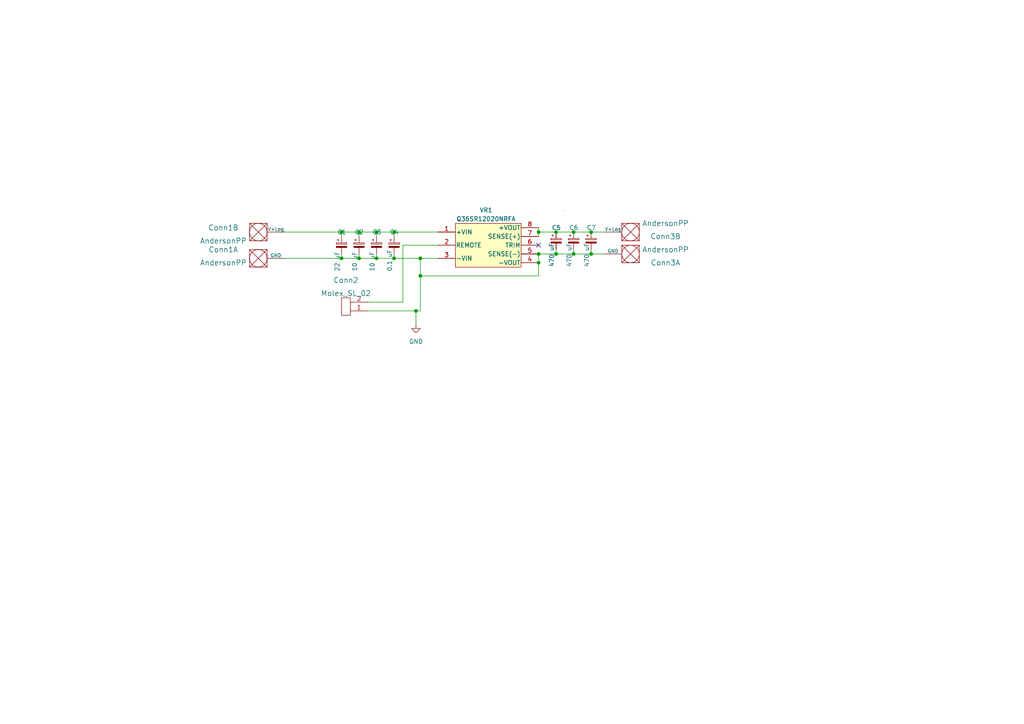
<source format=kicad_sch>
(kicad_sch (version 20211123) (generator eeschema)
  (paper "A4")
  (lib_symbols
    (symbol "Device:C_Polarized_Small" (pin_numbers hide) (pin_names (offset 0.254) hide)
      (property "Reference" "C" (at 0.254 1.778 0))
      (property "Value" "C_Polarized_Small" (at 0.254 -2.032 0))
      (symbol "C_Polarized_Small_0_1"
        (rectangle (start -1.524 -0.3048) (end 1.524 -0.6858) (fill (type outline)))
        (rectangle (start -1.524 0.6858) (end 1.524 0.3048))
        (polyline (pts (xy -1.27 1.524) (xy -0.762 1.524)))
        (polyline (pts (xy -1.016 1.27) (xy -1.016 1.778)))
      )
      (symbol "C_Polarized_Small_1_1"
        (pin passive line (at 0 2.54 270) (length 1.8542) (name "~") (number "1"))
        (pin passive line (at 0 -2.54 90) (length 1.8542) (name "~") (number "2"))
      )
    )
    (symbol "MRDT_Connectors:AndersonPP" (pin_numbers hide) (pin_names (offset 0))
      (property "Reference" "Conn" (at 3.81 -1.27 0))
      (property "Value" "AndersonPP" (at 2.54 6.35 0))
      (symbol "AndersonPP_0_1"
        (polyline (pts (xy 0 5.08) (xy 5.08 0)))
        (polyline (pts (xy 5.08 5.08) (xy 0 0)))
        (rectangle (start 0 0) (end 5.08 5.08))
        (circle (center 2.54 2.54) (radius 2.54))
      )
      (symbol "AndersonPP_1_1"
        (pin input line (at 10.16 2.54 180) (length 5.08) (name "GND") (number "1"))
      )
      (symbol "AndersonPP_2_1"
        (pin input line (at 10.16 2.54 180) (length 5.08) (name "V+Log") (number "2"))
      )
      (symbol "AndersonPP_3_1"
        (pin input line (at 10.16 2.54 180) (length 5.08) (name "V+Act") (number "3"))
      )
      (symbol "AndersonPP_4_1"
        (pin input line (at 10.16 2.54 180) (length 5.08) (name "PV+") (number "4"))
      )
      (symbol "AndersonPP_5_1"
        (pin input line (at 10.16 2.54 180) (length 5.08) (name "~") (number "1"))
      )
    )
    (symbol "MRDT_Connectors:Molex_SL_02" (pin_names (offset 1.016))
      (property "Reference" "Conn" (at 3.81 -1.27 0))
      (property "Value" "Molex_SL_02" (at 1.27 6.35 0))
      (symbol "Molex_SL_02_0_1"
        (rectangle (start 0 5.08) (end 2.54 0))
      )
      (symbol "Molex_SL_02_1_1"
        (pin input line (at -5.08 3.81 0) (length 5.08) (name "~") (number "1"))
        (pin input line (at -5.08 1.27 0) (length 5.08) (name "~") (number "2"))
      )
    )
    (symbol "MRDT_Devices:Q36SR12020NRFA" (pin_names (offset 0.127))
      (property "Reference" "VR" (at 16.51 -1.27 0))
      (property "Value" "Q36SR12020NRFA" (at 8.89 13.97 0))
      (symbol "Q36SR12020NRFA_0_0"
        (rectangle (start 31.75 16.51) (end 31.75 16.51))
      )
      (symbol "Q36SR12020NRFA_0_1"
        (rectangle (start 0 12.7) (end 19.05 0) (fill (type background)))
      )
      (symbol "Q36SR12020NRFA_1_1"
        (pin input line (at -5.08 10.16 0) (length 5.08) (name "+VIN") (number "1"))
        (pin input line (at -5.08 6.35 0) (length 5.08) (name "REMOTE") (number "2"))
        (pin input line (at -5.08 2.54 0) (length 5.08) (name "-VIN") (number "3"))
        (pin output line (at 24.13 1.27 180) (length 5.08) (name "-VOUT") (number "4"))
        (pin output line (at 24.13 3.81 180) (length 5.08) (name "SENSE(-)") (number "5"))
        (pin output line (at 24.13 6.35 180) (length 5.08) (name "TRIM") (number "6"))
        (pin output line (at 24.13 8.89 180) (length 5.08) (name "SENSE(+)") (number "7"))
        (pin output line (at 24.13 11.43 180) (length 5.08) (name "+VOUT") (number "8"))
      )
    )
    (symbol "power:GND" (power) (pin_names (offset 0))
      (property "Value" "GND" (at 0 -3.81 0))
      (symbol "GND_0_1"
        (polyline (pts (xy 0 0) (xy 0 -1.27) (xy 1.27 -1.27) (xy 0 -2.54) (xy -1.27 -1.27) (xy 0 -1.27)))
      )
      (symbol "GND_1_1"
        (pin power_in line (at 0 0 270) (length 0) hide (name "GND") (number "1"))
      )
    )
  )
  (junction (at 156.21 73.66))
  (junction (at 121.92 74.93))
  (junction (at 99.06 67.31))
  (junction (at 166.37 73.66))
  (junction (at 171.45 67.31))
  (junction (at 120.65 90.17))
  (junction (at 156.21 76.2))
  (junction (at 171.45 73.66))
  (junction (at 161.29 73.66))
  (junction (at 109.22 67.31))
  (junction (at 104.14 74.93))
  (junction (at 166.37 67.31))
  (junction (at 114.3 67.31))
  (junction (at 156.21 67.31))
  (junction (at 114.3 74.93))
  (junction (at 99.06 74.93))
  (junction (at 161.29 67.31))
  (junction (at 104.14 67.31))
  (junction (at 121.92 80.01))
  (junction (at 109.22 74.93))
  (no_connect (at 156.21 71.12))
  (wire (pts (xy 99.06 73.66) (xy 99.06 74.93)))
  (wire (pts (xy 171.45 67.31) (xy 166.37 67.31)))
  (wire (pts (xy 109.22 74.93) (xy 114.3 74.93)))
  (wire (pts (xy 161.29 73.66) (xy 166.37 73.66)))
  (wire (pts (xy 109.22 67.31) (xy 114.3 67.31)))
  (wire (pts (xy 114.3 74.93) (xy 121.92 74.93)))
  (wire (pts (xy 156.21 67.31) (xy 156.21 66.04)))
  (wire (pts (xy 114.3 67.31) (xy 114.3 68.58)))
  (wire (pts (xy 166.37 72.39) (xy 166.37 73.66)))
  (wire (pts (xy 127 71.12) (xy 116.84 71.12)))
  (wire (pts (xy 99.06 74.93) (xy 104.14 74.93)))
  (wire (pts (xy 116.84 71.12) (xy 116.84 87.63)))
  (wire (pts (xy 109.22 73.66) (xy 109.22 74.93)))
  (wire (pts (xy 156.21 73.66) (xy 161.29 73.66)))
  (wire (pts (xy 104.14 67.31) (xy 109.22 67.31)))
  (wire (pts (xy 161.29 67.31) (xy 156.21 67.31)))
  (wire (pts (xy 104.14 74.93) (xy 109.22 74.93)))
  (wire (pts (xy 82.55 67.31) (xy 99.06 67.31)))
  (wire (pts (xy 121.92 90.17) (xy 120.65 90.17)))
  (wire (pts (xy 120.65 90.17) (xy 120.65 93.98)))
  (wire (pts (xy 166.37 73.66) (xy 171.45 73.66)))
  (wire (pts (xy 121.92 74.93) (xy 127 74.93)))
  (wire (pts (xy 99.06 67.31) (xy 104.14 67.31)))
  (wire (pts (xy 106.68 90.17) (xy 120.65 90.17)))
  (wire (pts (xy 166.37 67.31) (xy 161.29 67.31)))
  (wire (pts (xy 171.45 72.39) (xy 171.45 73.66)))
  (wire (pts (xy 175.26 67.31) (xy 171.45 67.31)))
  (wire (pts (xy 156.21 76.2) (xy 156.21 80.01)))
  (wire (pts (xy 104.14 67.31) (xy 104.14 68.58)))
  (wire (pts (xy 114.3 67.31) (xy 127 67.31)))
  (wire (pts (xy 161.29 72.39) (xy 161.29 73.66)))
  (wire (pts (xy 121.92 74.93) (xy 121.92 80.01)))
  (wire (pts (xy 104.14 73.66) (xy 104.14 74.93)))
  (wire (pts (xy 121.92 80.01) (xy 156.21 80.01)))
  (wire (pts (xy 114.3 73.66) (xy 114.3 74.93)))
  (wire (pts (xy 121.92 80.01) (xy 121.92 90.17)))
  (wire (pts (xy 156.21 73.66) (xy 156.21 76.2)))
  (wire (pts (xy 109.22 67.31) (xy 109.22 68.58)))
  (wire (pts (xy 156.21 67.31) (xy 156.21 68.58)))
  (wire (pts (xy 99.06 67.31) (xy 99.06 68.58)))
  (wire (pts (xy 116.84 87.63) (xy 106.68 87.63)))
  (wire (pts (xy 82.55 74.93) (xy 99.06 74.93)))
  (wire (pts (xy 171.45 73.66) (xy 175.26 73.66)))
  (symbol (lib_id "Device:C_Polarized_Small") (at 161.29 69.85 0) (unit 1)
    (property "Reference" "C5" (at 160.02 66.04 0) (effects (justify left)))
    (property "Value" "470 uF" (at 160.02 77.47 90) (effects (justify left)))
    (property "Footprint" "Capacitor_THT:CP_Radial_D8.0mm_P3.50mm" (effects hide))
    (property "Datasheet" "https://www.digikey.com/en/products/detail/w%C3%BCrth-elektronik/860020474014/5727068" (effects hide))
  )
  (symbol (lib_id "Device:C_Polarized_Small") (at 114.3 71.12 0) (unit 1)
    (property "Reference" "C4" (at 113.03 67.31 0) (effects (justify left)))
    (property "Value" "0.1 uF" (at 113.03 78.74 90) (effects (justify left)))
    (property "Footprint" "Capacitor_SMD:C_1206_3216Metric_Pad1.33x1.80mm_HandSolder" (effects hide))
    (property "Datasheet" "https://www.digikey.com/en/products/detail/w%C3%BCrth-elektronik/860020474014/5727068" (effects hide))
  )
  (symbol (lib_id "MRDT_Devices:Q36SR12020NRFA") (at 132.08 77.47 0) (unit 1)
    (property "Reference" "VR1" (at 140.97 60.96 0))
    (property "Value" "Q36SR12020NRFA" (at 140.97 63.5 0))
    (property "Footprint" "MRDT_Devices:Q36SR12020NRFA" (effects hide))
  )
  (symbol (lib_id "Device:C_Polarized_Small") (at 104.14 71.12 0) (unit 1)
    (property "Reference" "C2" (at 102.87 67.31 0) (effects (justify left)))
    (property "Value" "10 uF" (at 102.87 78.74 90) (effects (justify left)))
    (property "Footprint" "Capacitor_SMD:C_1210_3225Metric_Pad1.33x2.70mm_HandSolder" (effects hide))
    (property "Datasheet" "https://www.digikey.com/en/products/detail/w%C3%BCrth-elektronik/860020474014/5727068" (effects hide))
  )
  (symbol (lib_id "MRDT_Connectors:AndersonPP") (at 185.42 64.77 180) (unit 2)
    (property "Reference" "Conn3" (at 193.04 68.58 0) (effects (font (size 1.524 1.524))))
    (property "Value" "AndersonPP" (at 193.04 64.77 0) (effects (font (size 1.524 1.524))))
    (property "Footprint" "MRDT_Connectors:Square_Anderson_2_H_Side_By_Side" (effects hide))
  )
  (symbol (lib_id "Device:C_Polarized_Small") (at 166.37 69.85 0) (unit 1)
    (property "Reference" "C6" (at 165.1 66.04 0) (effects (justify left)))
    (property "Value" "470 uF" (at 165.1 77.47 90) (effects (justify left)))
    (property "Footprint" "Capacitor_THT:CP_Radial_D8.0mm_P3.50mm" (effects hide))
    (property "Datasheet" "https://www.digikey.com/en/products/detail/w%C3%BCrth-elektronik/860020474014/5727068" (effects hide))
  )
  (symbol (lib_id "MRDT_Connectors:AndersonPP") (at 72.39 69.85 0) (unit 2)
    (property "Reference" "Conn1" (at 64.77 66.04 0) (effects (font (size 1.524 1.524))))
    (property "Value" "AndersonPP" (at 64.77 69.85 0) (effects (font (size 1.524 1.524))))
    (property "Footprint" "MRDT_Connectors:Square_Anderson_2_H_Side_By_Side" (effects hide))
  )
  (symbol (lib_id "Device:C_Polarized_Small") (at 171.45 69.85 0) (unit 1)
    (property "Reference" "C7" (at 170.18 66.04 0) (effects (justify left)))
    (property "Value" "470 uF" (at 170.18 77.47 90) (effects (justify left)))
    (property "Footprint" "Capacitor_THT:CP_Radial_D8.0mm_P3.50mm" (effects hide))
    (property "Datasheet" "https://www.digikey.com/en/products/detail/w%C3%BCrth-elektronik/860020474014/5727068" (effects hide))
  )
  (symbol (lib_id "MRDT_Connectors:AndersonPP") (at 185.42 71.12 180) (unit 1)
    (property "Reference" "Conn3" (at 193.04 76.2 0) (effects (font (size 1.524 1.524))))
    (property "Value" "AndersonPP" (at 193.04 72.39 0) (effects (font (size 1.524 1.524))))
    (property "Footprint" "MRDT_Connectors:Square_Anderson_2_H_Side_By_Side" (effects hide))
  )
  (symbol (lib_id "power:GND") (at 120.65 93.98 0) (unit 1)
    (property "Reference" "#PWR01" (effects hide))
    (property "Value" "GND" (at 120.65 99.06 0))
  )
  (symbol (lib_id "Device:C_Polarized_Small") (at 109.22 71.12 0) (unit 1)
    (property "Reference" "C3" (at 107.95 67.31 0) (effects (justify left)))
    (property "Value" "10 uF" (at 107.95 78.74 90) (effects (justify left)))
    (property "Footprint" "Capacitor_SMD:C_1210_3225Metric_Pad1.33x2.70mm_HandSolder" (effects hide))
    (property "Datasheet" "https://www.digikey.com/en/products/detail/w%C3%BCrth-elektronik/860020474014/5727068" (effects hide))
  )
  (symbol (lib_id "Device:C_Polarized_Small") (at 99.06 71.12 0) (unit 1)
    (property "Reference" "C1" (at 97.79 67.31 0) (effects (justify left)))
    (property "Value" "22 uF" (at 97.79 78.74 90) (effects (justify left)))
    (property "Footprint" "Capacitor_THT:CP_Radial_D5.0mm_P2.00mm" (effects hide))
    (property "Datasheet" "https://www.digikey.com/en/products/detail/w%C3%BCrth-elektronik/860020474014/5727068" (effects hide))
  )
  (symbol (lib_id "MRDT_Connectors:AndersonPP") (at 72.39 77.47 0) (unit 1)
    (property "Reference" "Conn1" (at 64.77 72.39 0) (effects (font (size 1.524 1.524))))
    (property "Value" "AndersonPP" (at 64.77 76.2 0) (effects (font (size 1.524 1.524))))
    (property "Footprint" "MRDT_Connectors:Square_Anderson_2_H_Side_By_Side" (effects hide))
  )
  (symbol (lib_id "MRDT_Connectors:Molex_SL_02") (at 101.6 86.36 180) (unit 1)
    (property "Reference" "Conn2" (at 100.33 81.28 0) (effects (font (size 1.524 1.524))))
    (property "Value" "Molex_SL_02" (at 100.33 85.09 0) (effects (font (size 1.524 1.524))))
    (property "Footprint" "MRDT_Connectors:MOLEX_SL_02_Horizontal" (effects hide))
  )
)
</source>
